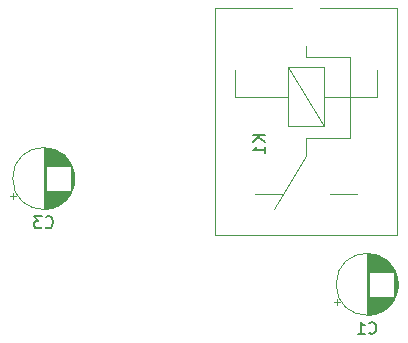
<source format=gbr>
%TF.GenerationSoftware,KiCad,Pcbnew,(6.0.0)*%
%TF.CreationDate,2022-02-01T13:32:59+07:00*%
%TF.ProjectId,egg_pro_mini,6567675f-7072-46f5-9f6d-696e692e6b69,rev?*%
%TF.SameCoordinates,Original*%
%TF.FileFunction,Legend,Bot*%
%TF.FilePolarity,Positive*%
%FSLAX46Y46*%
G04 Gerber Fmt 4.6, Leading zero omitted, Abs format (unit mm)*
G04 Created by KiCad (PCBNEW (6.0.0)) date 2022-02-01 13:32:59*
%MOMM*%
%LPD*%
G01*
G04 APERTURE LIST*
%ADD10C,0.150000*%
%ADD11C,0.120000*%
G04 APERTURE END LIST*
D10*
%TO.C,K1*%
X169362380Y-67741904D02*
X168362380Y-67741904D01*
X169362380Y-68313333D02*
X168790952Y-67884761D01*
X168362380Y-68313333D02*
X168933809Y-67741904D01*
X169362380Y-69265714D02*
X169362380Y-68694285D01*
X169362380Y-68980000D02*
X168362380Y-68980000D01*
X168505238Y-68884761D01*
X168600476Y-68789523D01*
X168648095Y-68694285D01*
%TO.C,C3*%
X150781554Y-75487142D02*
X150829173Y-75534761D01*
X150972030Y-75582380D01*
X151067268Y-75582380D01*
X151210126Y-75534761D01*
X151305364Y-75439523D01*
X151352983Y-75344285D01*
X151400602Y-75153809D01*
X151400602Y-75010952D01*
X151352983Y-74820476D01*
X151305364Y-74725238D01*
X151210126Y-74630000D01*
X151067268Y-74582380D01*
X150972030Y-74582380D01*
X150829173Y-74630000D01*
X150781554Y-74677619D01*
X150448221Y-74582380D02*
X149829173Y-74582380D01*
X150162507Y-74963333D01*
X150019649Y-74963333D01*
X149924411Y-75010952D01*
X149876792Y-75058571D01*
X149829173Y-75153809D01*
X149829173Y-75391904D01*
X149876792Y-75487142D01*
X149924411Y-75534761D01*
X150019649Y-75582380D01*
X150305364Y-75582380D01*
X150400602Y-75534761D01*
X150448221Y-75487142D01*
%TO.C,C1*%
X178171554Y-84447142D02*
X178219173Y-84494761D01*
X178362030Y-84542380D01*
X178457268Y-84542380D01*
X178600126Y-84494761D01*
X178695364Y-84399523D01*
X178742983Y-84304285D01*
X178790602Y-84113809D01*
X178790602Y-83970952D01*
X178742983Y-83780476D01*
X178695364Y-83685238D01*
X178600126Y-83590000D01*
X178457268Y-83542380D01*
X178362030Y-83542380D01*
X178219173Y-83590000D01*
X178171554Y-83637619D01*
X177219173Y-84542380D02*
X177790602Y-84542380D01*
X177504888Y-84542380D02*
X177504888Y-83542380D01*
X177600126Y-83685238D01*
X177695364Y-83780476D01*
X177790602Y-83828095D01*
D11*
%TO.C,K1*%
X178830000Y-62170000D02*
X178830000Y-64470000D01*
X180530000Y-76170000D02*
X180530000Y-56970000D01*
X172830000Y-67970000D02*
X172830000Y-69470000D01*
X174330000Y-64470000D02*
X178830000Y-64470000D01*
X171330000Y-61970000D02*
X171330000Y-66970000D01*
X165130000Y-56970000D02*
X171630000Y-56970000D01*
X172830000Y-61070000D02*
X176530000Y-61070000D01*
X172830000Y-67970000D02*
X176530000Y-67970000D01*
X165130000Y-76170000D02*
X180530000Y-76170000D01*
X166830000Y-64470000D02*
X171330000Y-64470000D01*
X176530000Y-67970000D02*
X176530000Y-61070000D01*
X174330000Y-66970000D02*
X171330000Y-61970000D01*
X165130000Y-56970000D02*
X165130000Y-76170000D01*
X168530000Y-72670000D02*
X170830000Y-72670000D01*
X166830000Y-64470000D02*
X166830000Y-62170000D01*
X172830000Y-69470000D02*
X170130000Y-73970000D01*
X174030000Y-56970000D02*
X180530000Y-56970000D01*
X174330000Y-61970000D02*
X171330000Y-61970000D01*
X177130000Y-72670000D02*
X174830000Y-72670000D01*
X171330000Y-66970000D02*
X174330000Y-66970000D01*
X172830000Y-61070000D02*
X172830000Y-60170000D01*
X174330000Y-66970000D02*
X174330000Y-61970000D01*
%TO.C,C3*%
X151775888Y-73690000D02*
X151775888Y-72420000D01*
X152895888Y-70340000D02*
X152895888Y-70129000D01*
X150854888Y-73949000D02*
X150854888Y-72420000D01*
X152335888Y-73317000D02*
X152335888Y-72420000D01*
X151495888Y-70340000D02*
X151495888Y-68952000D01*
X153095888Y-72185000D02*
X153095888Y-70575000D01*
X151335888Y-70340000D02*
X151335888Y-68900000D01*
X152335888Y-70340000D02*
X152335888Y-69443000D01*
X151335888Y-73860000D02*
X151335888Y-72420000D01*
X152775888Y-70340000D02*
X152775888Y-69937000D01*
X151655888Y-70340000D02*
X151655888Y-69015000D01*
X152295888Y-73351000D02*
X152295888Y-72420000D01*
X151054888Y-73923000D02*
X151054888Y-72420000D01*
X151975888Y-70340000D02*
X151975888Y-69180000D01*
X152735888Y-70340000D02*
X152735888Y-69880000D01*
X153135888Y-72057000D02*
X153135888Y-70703000D01*
X148060113Y-73105000D02*
X148060113Y-72605000D01*
X152495888Y-70340000D02*
X152495888Y-69595000D01*
X152175888Y-70340000D02*
X152175888Y-69315000D01*
X150694888Y-73959000D02*
X150694888Y-68801000D01*
X152615888Y-70340000D02*
X152615888Y-69727000D01*
X151975888Y-73580000D02*
X151975888Y-72420000D01*
X152455888Y-70340000D02*
X152455888Y-69554000D01*
X152655888Y-72985000D02*
X152655888Y-72420000D01*
X153175888Y-71898000D02*
X153175888Y-70862000D01*
X151134888Y-73908000D02*
X151134888Y-72420000D01*
X152735888Y-72880000D02*
X152735888Y-72420000D01*
X152615888Y-73033000D02*
X152615888Y-72420000D01*
X151014888Y-73930000D02*
X151014888Y-72420000D01*
X151775888Y-70340000D02*
X151775888Y-69070000D01*
X151615888Y-73762000D02*
X151615888Y-72420000D01*
X151214888Y-70340000D02*
X151214888Y-68869000D01*
X152055888Y-73529000D02*
X152055888Y-72420000D01*
X152095888Y-73502000D02*
X152095888Y-72420000D01*
X151935888Y-70340000D02*
X151935888Y-69156000D01*
X151735888Y-70340000D02*
X151735888Y-69051000D01*
X152855888Y-72699000D02*
X152855888Y-72420000D01*
X152095888Y-70340000D02*
X152095888Y-69258000D01*
X152255888Y-73384000D02*
X152255888Y-72420000D01*
X152295888Y-70340000D02*
X152295888Y-69409000D01*
X152135888Y-70340000D02*
X152135888Y-69285000D01*
X152695888Y-70340000D02*
X152695888Y-69826000D01*
X151294888Y-73871000D02*
X151294888Y-72420000D01*
X152575888Y-70340000D02*
X152575888Y-69681000D01*
X152895888Y-72631000D02*
X152895888Y-72420000D01*
X152055888Y-70340000D02*
X152055888Y-69231000D01*
X152575888Y-73079000D02*
X152575888Y-72420000D01*
X151615888Y-70340000D02*
X151615888Y-68998000D01*
X152935888Y-72558000D02*
X152935888Y-70202000D01*
X153055888Y-72295000D02*
X153055888Y-70465000D01*
X151575888Y-73778000D02*
X151575888Y-72420000D01*
X151455888Y-70340000D02*
X151455888Y-68938000D01*
X151655888Y-73745000D02*
X151655888Y-72420000D01*
X150974888Y-73936000D02*
X150974888Y-72420000D01*
X150654888Y-73960000D02*
X150654888Y-68800000D01*
X150934888Y-70340000D02*
X150934888Y-68819000D01*
X151455888Y-73822000D02*
X151455888Y-72420000D01*
X151855888Y-73648000D02*
X151855888Y-72420000D01*
X152655888Y-70340000D02*
X152655888Y-69775000D01*
X151695888Y-70340000D02*
X151695888Y-69032000D01*
X150814888Y-73953000D02*
X150814888Y-68807000D01*
X150774888Y-73956000D02*
X150774888Y-68804000D01*
X150854888Y-70340000D02*
X150854888Y-68811000D01*
X152535888Y-73123000D02*
X152535888Y-72420000D01*
X152535888Y-70340000D02*
X152535888Y-69637000D01*
X151254888Y-73881000D02*
X151254888Y-72420000D01*
X151535888Y-73794000D02*
X151535888Y-72420000D01*
X152135888Y-73475000D02*
X152135888Y-72420000D01*
X151895888Y-73627000D02*
X151895888Y-72420000D01*
X152415888Y-73244000D02*
X152415888Y-72420000D01*
X151895888Y-70340000D02*
X151895888Y-69133000D01*
X151535888Y-70340000D02*
X151535888Y-68966000D01*
X147810113Y-72855000D02*
X148310113Y-72855000D01*
X152415888Y-70340000D02*
X152415888Y-69516000D01*
X152175888Y-73445000D02*
X152175888Y-72420000D01*
X152495888Y-73165000D02*
X152495888Y-72420000D01*
X152375888Y-73281000D02*
X152375888Y-72420000D01*
X150734888Y-73958000D02*
X150734888Y-68802000D01*
X151575888Y-70340000D02*
X151575888Y-68982000D01*
X151695888Y-73728000D02*
X151695888Y-72420000D01*
X151815888Y-70340000D02*
X151815888Y-69090000D01*
X150894888Y-70340000D02*
X150894888Y-68815000D01*
X151935888Y-73604000D02*
X151935888Y-72420000D01*
X151815888Y-73670000D02*
X151815888Y-72420000D01*
X152215888Y-73415000D02*
X152215888Y-72420000D01*
X151375888Y-73848000D02*
X151375888Y-72420000D01*
X152975888Y-72478000D02*
X152975888Y-70282000D01*
X152775888Y-72823000D02*
X152775888Y-72420000D01*
X152375888Y-70340000D02*
X152375888Y-69479000D01*
X151054888Y-70340000D02*
X151054888Y-68837000D01*
X153215888Y-71664000D02*
X153215888Y-71096000D01*
X152855888Y-70340000D02*
X152855888Y-70061000D01*
X152455888Y-73206000D02*
X152455888Y-72420000D01*
X151174888Y-70340000D02*
X151174888Y-68860000D01*
X151094888Y-70340000D02*
X151094888Y-68844000D01*
X151415888Y-73835000D02*
X151415888Y-72420000D01*
X151495888Y-73808000D02*
X151495888Y-72420000D01*
X151735888Y-73709000D02*
X151735888Y-72420000D01*
X151174888Y-73900000D02*
X151174888Y-72420000D01*
X151014888Y-70340000D02*
X151014888Y-68830000D01*
X152015888Y-73555000D02*
X152015888Y-72420000D01*
X150614888Y-73960000D02*
X150614888Y-68800000D01*
X151294888Y-70340000D02*
X151294888Y-68889000D01*
X152015888Y-70340000D02*
X152015888Y-69205000D01*
X153015888Y-72391000D02*
X153015888Y-70369000D01*
X151094888Y-73916000D02*
X151094888Y-72420000D01*
X150934888Y-73941000D02*
X150934888Y-72420000D01*
X151254888Y-70340000D02*
X151254888Y-68879000D01*
X151214888Y-73891000D02*
X151214888Y-72420000D01*
X151855888Y-70340000D02*
X151855888Y-69112000D01*
X151134888Y-70340000D02*
X151134888Y-68852000D01*
X152815888Y-70340000D02*
X152815888Y-69997000D01*
X152695888Y-72934000D02*
X152695888Y-72420000D01*
X152215888Y-70340000D02*
X152215888Y-69345000D01*
X151375888Y-70340000D02*
X151375888Y-68912000D01*
X152255888Y-70340000D02*
X152255888Y-69376000D01*
X150974888Y-70340000D02*
X150974888Y-68824000D01*
X151415888Y-70340000D02*
X151415888Y-68925000D01*
X152815888Y-72763000D02*
X152815888Y-72420000D01*
X150894888Y-73945000D02*
X150894888Y-72420000D01*
X153234888Y-71380000D02*
G75*
G03*
X153234888Y-71380000I-2620000J0D01*
G01*
%TO.C,C1*%
X178725888Y-82820000D02*
X178725888Y-81380000D01*
X179245888Y-82608000D02*
X179245888Y-81380000D01*
X178204888Y-82913000D02*
X178204888Y-77767000D01*
X179845888Y-79300000D02*
X179845888Y-78514000D01*
X178564888Y-79300000D02*
X178564888Y-77820000D01*
X178564888Y-82860000D02*
X178564888Y-81380000D01*
X179965888Y-82039000D02*
X179965888Y-81380000D01*
X178444888Y-82883000D02*
X178444888Y-81380000D01*
X180205888Y-79300000D02*
X180205888Y-78957000D01*
X178044888Y-82920000D02*
X178044888Y-77760000D01*
X180085888Y-79300000D02*
X180085888Y-78786000D01*
X179565888Y-79300000D02*
X179565888Y-78275000D01*
X178124888Y-82918000D02*
X178124888Y-77762000D01*
X180085888Y-81894000D02*
X180085888Y-81380000D01*
X180565888Y-80858000D02*
X180565888Y-79822000D01*
X178524888Y-82868000D02*
X178524888Y-81380000D01*
X179565888Y-82405000D02*
X179565888Y-81380000D01*
X178644888Y-79300000D02*
X178644888Y-77839000D01*
X180005888Y-79300000D02*
X180005888Y-78687000D01*
X178244888Y-82909000D02*
X178244888Y-81380000D01*
X180285888Y-81591000D02*
X180285888Y-81380000D01*
X180525888Y-81017000D02*
X180525888Y-79663000D01*
X179085888Y-82688000D02*
X179085888Y-81380000D01*
X179525888Y-82435000D02*
X179525888Y-81380000D01*
X180245888Y-79300000D02*
X180245888Y-79021000D01*
X175200113Y-81815000D02*
X175700113Y-81815000D01*
X178484888Y-82876000D02*
X178484888Y-81380000D01*
X178244888Y-79300000D02*
X178244888Y-77771000D01*
X178604888Y-82851000D02*
X178604888Y-81380000D01*
X178164888Y-82916000D02*
X178164888Y-77764000D01*
X178684888Y-79300000D02*
X178684888Y-77849000D01*
X178925888Y-79300000D02*
X178925888Y-77926000D01*
X179445888Y-79300000D02*
X179445888Y-78191000D01*
X179725888Y-79300000D02*
X179725888Y-78403000D01*
X178885888Y-82768000D02*
X178885888Y-81380000D01*
X178885888Y-79300000D02*
X178885888Y-77912000D01*
X179485888Y-79300000D02*
X179485888Y-78218000D01*
X178084888Y-82919000D02*
X178084888Y-77761000D01*
X178765888Y-82808000D02*
X178765888Y-81380000D01*
X179765888Y-79300000D02*
X179765888Y-78439000D01*
X179485888Y-82462000D02*
X179485888Y-81380000D01*
X178284888Y-82905000D02*
X178284888Y-81380000D01*
X180605888Y-80624000D02*
X180605888Y-80056000D01*
X179125888Y-82669000D02*
X179125888Y-81380000D01*
X180045888Y-79300000D02*
X180045888Y-78735000D01*
X179605888Y-79300000D02*
X179605888Y-78305000D01*
X178684888Y-82831000D02*
X178684888Y-81380000D01*
X178805888Y-79300000D02*
X178805888Y-77885000D01*
X179405888Y-79300000D02*
X179405888Y-78165000D01*
X179165888Y-82650000D02*
X179165888Y-81380000D01*
X179805888Y-82204000D02*
X179805888Y-81380000D01*
X179325888Y-79300000D02*
X179325888Y-78116000D01*
X180405888Y-81351000D02*
X180405888Y-79329000D01*
X178284888Y-79300000D02*
X178284888Y-77775000D01*
X179005888Y-82722000D02*
X179005888Y-81380000D01*
X179285888Y-79300000D02*
X179285888Y-78093000D01*
X179245888Y-79300000D02*
X179245888Y-78072000D01*
X179925888Y-79300000D02*
X179925888Y-78597000D01*
X180245888Y-81659000D02*
X180245888Y-81380000D01*
X178765888Y-79300000D02*
X178765888Y-77872000D01*
X178004888Y-82920000D02*
X178004888Y-77760000D01*
X179845888Y-82166000D02*
X179845888Y-81380000D01*
X180045888Y-81945000D02*
X180045888Y-81380000D01*
X178364888Y-82896000D02*
X178364888Y-81380000D01*
X178324888Y-82901000D02*
X178324888Y-81380000D01*
X179165888Y-79300000D02*
X179165888Y-78030000D01*
X179325888Y-82564000D02*
X179325888Y-81380000D01*
X178484888Y-79300000D02*
X178484888Y-77804000D01*
X179765888Y-82241000D02*
X179765888Y-81380000D01*
X179045888Y-79300000D02*
X179045888Y-77975000D01*
X179645888Y-79300000D02*
X179645888Y-78336000D01*
X178805888Y-82795000D02*
X178805888Y-81380000D01*
X179125888Y-79300000D02*
X179125888Y-78011000D01*
X179085888Y-79300000D02*
X179085888Y-77992000D01*
X175450113Y-82065000D02*
X175450113Y-81565000D01*
X179965888Y-79300000D02*
X179965888Y-78641000D01*
X179685888Y-79300000D02*
X179685888Y-78369000D01*
X178925888Y-82754000D02*
X178925888Y-81380000D01*
X178324888Y-79300000D02*
X178324888Y-77779000D01*
X178604888Y-79300000D02*
X178604888Y-77829000D01*
X179525888Y-79300000D02*
X179525888Y-78245000D01*
X179045888Y-82705000D02*
X179045888Y-81380000D01*
X178644888Y-82841000D02*
X178644888Y-81380000D01*
X178965888Y-79300000D02*
X178965888Y-77942000D01*
X180125888Y-79300000D02*
X180125888Y-78840000D01*
X178965888Y-82738000D02*
X178965888Y-81380000D01*
X178404888Y-79300000D02*
X178404888Y-77790000D01*
X179805888Y-79300000D02*
X179805888Y-78476000D01*
X179205888Y-79300000D02*
X179205888Y-78050000D01*
X179405888Y-82515000D02*
X179405888Y-81380000D01*
X179605888Y-82375000D02*
X179605888Y-81380000D01*
X180005888Y-81993000D02*
X180005888Y-81380000D01*
X180165888Y-79300000D02*
X180165888Y-78897000D01*
X180365888Y-81438000D02*
X180365888Y-79242000D01*
X179365888Y-79300000D02*
X179365888Y-78140000D01*
X180165888Y-81783000D02*
X180165888Y-81380000D01*
X178404888Y-82890000D02*
X178404888Y-81380000D01*
X179005888Y-79300000D02*
X179005888Y-77958000D01*
X178845888Y-82782000D02*
X178845888Y-81380000D01*
X178524888Y-79300000D02*
X178524888Y-77812000D01*
X178725888Y-79300000D02*
X178725888Y-77860000D01*
X179885888Y-82125000D02*
X179885888Y-81380000D01*
X179645888Y-82344000D02*
X179645888Y-81380000D01*
X178444888Y-79300000D02*
X178444888Y-77797000D01*
X179685888Y-82311000D02*
X179685888Y-81380000D01*
X178364888Y-79300000D02*
X178364888Y-77784000D01*
X180125888Y-81840000D02*
X180125888Y-81380000D01*
X179925888Y-82083000D02*
X179925888Y-81380000D01*
X180485888Y-81145000D02*
X180485888Y-79535000D01*
X180285888Y-79300000D02*
X180285888Y-79089000D01*
X180445888Y-81255000D02*
X180445888Y-79425000D01*
X179285888Y-82587000D02*
X179285888Y-81380000D01*
X180325888Y-81518000D02*
X180325888Y-79162000D01*
X178845888Y-79300000D02*
X178845888Y-77898000D01*
X179885888Y-79300000D02*
X179885888Y-78555000D01*
X179205888Y-82630000D02*
X179205888Y-81380000D01*
X179365888Y-82540000D02*
X179365888Y-81380000D01*
X180205888Y-81723000D02*
X180205888Y-81380000D01*
X179725888Y-82277000D02*
X179725888Y-81380000D01*
X179445888Y-82489000D02*
X179445888Y-81380000D01*
X180624888Y-80340000D02*
G75*
G03*
X180624888Y-80340000I-2620000J0D01*
G01*
%TD*%
M02*

</source>
